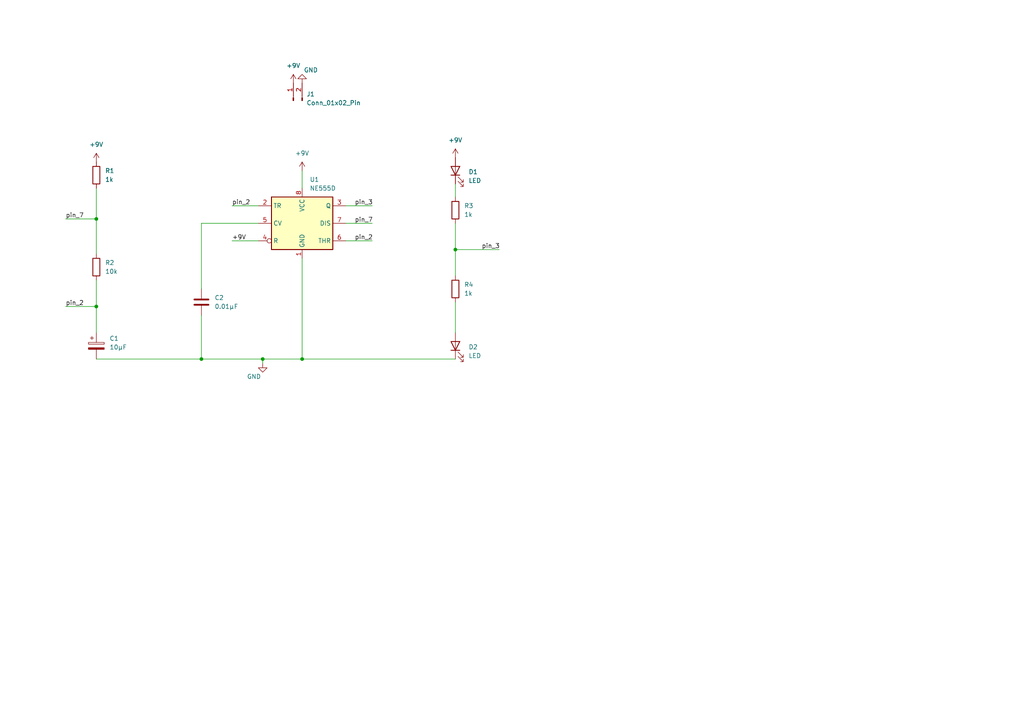
<source format=kicad_sch>
(kicad_sch (version 20230121) (generator eeschema)
  (paper "A4")
  (lib_symbols
    (symbol "Connector:Conn_01x02_Pin" (pin_names (offset 1.016) hide)
      (property "Reference" "J" (at 0 2.54 0))
      (property "Value" "Conn_01x02_Pin" (at 0 -5.08 0))
      (symbol "Conn_01x02_Pin_1_1"
        (polyline (pts (xy 1.27 -2.54) (xy 0.8636 -2.54)) (stroke (width 0.1524)))
        (polyline (pts (xy 1.27 0) (xy 0.8636 0)) (stroke (width 0.1524)))
        (rectangle (start 0.8636 -2.413) (end 0 -2.667) (stroke (width 0.1524)) (fill (type outline)))
        (rectangle (start 0.8636 0.127) (end 0 -0.127) (stroke (width 0.1524)) (fill (type outline)))
        (pin passive line (at 5.08 0 180) (length 3.81) (name "Pin_1") (number "1"))
        (pin passive line (at 5.08 -2.54 180) (length 3.81) (name "Pin_2") (number "2"))
      )
    )
    (symbol "Device:C" (pin_numbers hide) (pin_names (offset 0.254))
      (property "Reference" "C" (at 0.635 2.54 0))
      (property "Value" "C" (at 0.635 -2.54 0))
      (symbol "C_0_1"
        (polyline (pts (xy -2.032 -0.762) (xy 2.032 -0.762)) (stroke (width 0.508)))
        (polyline (pts (xy -2.032 0.762) (xy 2.032 0.762)) (stroke (width 0.508)))
      )
      (symbol "C_1_1"
        (pin passive line (at 0 3.81 270) (length 2.794) (name "~") (number "1"))
        (pin passive line (at 0 -3.81 90) (length 2.794) (name "~") (number "2"))
      )
    )
    (symbol "Device:C_Polarized" (pin_numbers hide) (pin_names (offset 0.254))
      (property "Reference" "C" (at 0.635 2.54 0))
      (property "Value" "C_Polarized" (at 0.635 -2.54 0))
      (symbol "C_Polarized_0_1"
        (rectangle (start -2.286 0.508) (end 2.286 1.016))
        (polyline (pts (xy -1.778 2.286) (xy -0.762 2.286)))
        (polyline (pts (xy -1.27 2.794) (xy -1.27 1.778)))
        (rectangle (start 2.286 -0.508) (end -2.286 -1.016) (fill (type outline)))
      )
      (symbol "C_Polarized_1_1"
        (pin passive line (at 0 3.81 270) (length 2.794) (name "~") (number "1"))
        (pin passive line (at 0 -3.81 90) (length 2.794) (name "~") (number "2"))
      )
    )
    (symbol "Device:LED" (pin_numbers hide) (pin_names (offset 1.016) hide)
      (property "Reference" "D" (at 0 2.54 0))
      (property "Value" "LED" (at 0 -2.54 0))
      (symbol "LED_0_1"
        (polyline (pts (xy -1.27 -1.27) (xy -1.27 1.27)) (stroke (width 0.254)))
        (polyline (pts (xy -1.27 0) (xy 1.27 0)))
        (polyline (pts (xy 1.27 -1.27) (xy 1.27 1.27) (xy -1.27 0) (xy 1.27 -1.27)) (stroke (width 0.254)))
        (polyline (pts (xy -3.048 -0.762) (xy -4.572 -2.286) (xy -3.81 -2.286) (xy -4.572 -2.286) (xy -4.572 -1.524)))
        (polyline (pts (xy -1.778 -0.762) (xy -3.302 -2.286) (xy -2.54 -2.286) (xy -3.302 -2.286) (xy -3.302 -1.524)))
      )
      (symbol "LED_1_1"
        (pin passive line (at -3.81 0 0) (length 2.54) (name "K") (number "1"))
        (pin passive line (at 3.81 0 180) (length 2.54) (name "A") (number "2"))
      )
    )
    (symbol "Device:R" (pin_numbers hide) (pin_names (offset 0))
      (property "Reference" "R" (at 2.032 0 90))
      (property "Value" "R" (at 0 0 90))
      (symbol "R_0_1"
        (rectangle (start -1.016 -2.54) (end 1.016 2.54) (stroke (width 0.254)))
      )
      (symbol "R_1_1"
        (pin passive line (at 0 3.81 270) (length 1.27) (name "~") (number "1"))
        (pin passive line (at 0 -3.81 90) (length 1.27) (name "~") (number "2"))
      )
    )
    (symbol "Timer:NE555D"
      (property "Reference" "U" (at -10.16 8.89 0))
      (property "Value" "NE555D" (at 2.54 8.89 0))
      (symbol "NE555D_0_0"
        (pin power_in line (at 0 -10.16 90) (length 2.54) (name "GND") (number "1"))
        (pin power_in line (at 0 10.16 270) (length 2.54) (name "VCC") (number "8"))
      )
      (symbol "NE555D_0_1"
        (rectangle (start -8.89 -7.62) (end 8.89 7.62) (stroke (width 0.254)) (fill (type background)))
        (rectangle (start -8.89 -7.62) (end 8.89 7.62) (stroke (width 0.254)) (fill (type background)))
      )
      (symbol "NE555D_1_1"
        (pin input line (at -12.7 5.08 0) (length 3.81) (name "TR") (number "2"))
        (pin output line (at 12.7 5.08 180) (length 3.81) (name "Q") (number "3"))
        (pin input inverted (at -12.7 -5.08 0) (length 3.81) (name "R") (number "4"))
        (pin input line (at -12.7 0 0) (length 3.81) (name "CV") (number "5"))
        (pin input line (at 12.7 -5.08 180) (length 3.81) (name "THR") (number "6"))
        (pin input line (at 12.7 0 180) (length 3.81) (name "DIS") (number "7"))
      )
    )
    (symbol "power:+9V" (power) (pin_names (offset 0))
      (property "Value" "+9V" (at 0 3.556 0))
      (symbol "+9V_0_1"
        (polyline (pts (xy -0.762 1.27) (xy 0 2.54)))
        (polyline (pts (xy 0 0) (xy 0 2.54)))
        (polyline (pts (xy 0 2.54) (xy 0.762 1.27)))
      )
      (symbol "+9V_1_1"
        (pin power_in line (at 0 0 90) (length 0) hide (name "+9V") (number "1"))
      )
    )
    (symbol "power:GND" (power) (pin_names (offset 0))
      (property "Value" "GND" (at 0 -3.81 0))
      (symbol "GND_0_1"
        (polyline (pts (xy 0 0) (xy 0 -1.27) (xy 1.27 -1.27) (xy 0 -2.54) (xy -1.27 -1.27) (xy 0 -1.27)))
      )
      (symbol "GND_1_1"
        (pin power_in line (at 0 0 270) (length 0) hide (name "GND") (number "1"))
      )
    )
  )
  (junction (at 27.94 88.9))
  (junction (at 27.94 63.5))
  (junction (at 132.08 72.39))
  (junction (at 58.42 104.14))
  (junction (at 87.63 104.14))
  (junction (at 76.2 104.14))
  (wire (pts (xy 87.63 74.93) (xy 87.63 104.14)))
  (wire (pts (xy 100.33 69.85) (xy 107.95 69.85)))
  (wire (pts (xy 67.31 59.69) (xy 74.93 59.69)))
  (wire (pts (xy 76.2 104.14) (xy 76.2 105.41)))
  (wire (pts (xy 132.08 53.34) (xy 132.08 57.15)))
  (wire (pts (xy 58.42 104.14) (xy 76.2 104.14)))
  (wire (pts (xy 27.94 104.14) (xy 58.42 104.14)))
  (wire (pts (xy 27.94 63.5) (xy 27.94 73.66)))
  (wire (pts (xy 87.63 49.53) (xy 87.63 54.61)))
  (wire (pts (xy 58.42 83.82) (xy 58.42 64.77)))
  (wire (pts (xy 27.94 88.9) (xy 27.94 96.52)))
  (wire (pts (xy 76.2 104.14) (xy 87.63 104.14)))
  (wire (pts (xy 58.42 104.14) (xy 58.42 91.44)))
  (wire (pts (xy 100.33 59.69) (xy 107.95 59.69)))
  (wire (pts (xy 132.08 104.14) (xy 87.63 104.14)))
  (wire (pts (xy 27.94 54.61) (xy 27.94 63.5)))
  (wire (pts (xy 58.42 64.77) (xy 74.93 64.77)))
  (wire (pts (xy 19.05 63.5) (xy 27.94 63.5)))
  (wire (pts (xy 132.08 87.63) (xy 132.08 96.52)))
  (wire (pts (xy 132.08 72.39) (xy 132.08 80.01)))
  (wire (pts (xy 100.33 64.77) (xy 107.95 64.77)))
  (wire (pts (xy 27.94 81.28) (xy 27.94 88.9)))
  (wire (pts (xy 132.08 72.39) (xy 144.78 72.39)))
  (wire (pts (xy 132.08 64.77) (xy 132.08 72.39)))
  (wire (pts (xy 67.31 69.85) (xy 74.93 69.85)))
  (wire (pts (xy 19.05 88.9) (xy 27.94 88.9)))
  (label "pin_2" (at 67.31 59.69 0))
  (label "+9V" (at 67.31 69.85 0))
  (label "pin_2" (at 19.05 88.9 0))
  (label "pin_7" (at 19.05 63.5 0))
  (label "pin_2" (at 102.87 69.85 0))
  (label "pin_3" (at 139.7 72.39 0))
  (label "pin_7" (at 102.87 64.77 0))
  (label "pin_3" (at 102.87 59.69 0))
  (symbol (lib_id "power:+9V") (at 87.63 49.53 0) (unit 1)
    (property "Reference" "#PWR06" (effects hide))
    (property "Value" "+9V" (at 87.63 44.45 0))
  )
  (symbol (lib_id "Device:C") (at 58.42 87.63 0) (unit 1)
    (property "Reference" "C2" (at 62.23 86.36 0) (effects (justify left)))
    (property "Value" "0.01µF" (at 62.23 88.9 0) (effects (justify left)))
    (property "Footprint" "Capacitor_SMD:C_0805_2012Metric_Pad1.18x1.45mm_HandSolder" (effects hide))
  )
  (symbol (lib_id "Device:R") (at 132.08 83.82 0) (unit 1)
    (property "Reference" "R4" (at 134.62 82.55 0) (effects (justify left)))
    (property "Value" "1k" (at 134.62 85.09 0) (effects (justify left)))
    (property "Footprint" "Resistor_SMD:R_0805_2012Metric_Pad1.20x1.40mm_HandSolder" (effects hide))
  )
  (symbol (lib_id "power:GND") (at 87.63 24.13 180) (unit 1)
    (property "Reference" "#PWR07" (effects hide))
    (property "Value" "GND" (at 90.17 20.32 0))
  )
  (symbol (lib_id "Device:LED") (at 132.08 49.53 90) (unit 1)
    (property "Reference" "D1" (at 135.89 49.8475 90) (effects (justify right)))
    (property "Value" "LED" (at 135.89 52.3875 90) (effects (justify right)))
    (property "Footprint" "LED_SMD:LED_1206_3216Metric_Pad1.42x1.75mm_HandSolder" (effects hide))
  )
  (symbol (lib_id "Device:R") (at 132.08 60.96 0) (unit 1)
    (property "Reference" "R3" (at 134.62 59.69 0) (effects (justify left)))
    (property "Value" "1k" (at 134.62 62.23 0) (effects (justify left)))
    (property "Footprint" "Resistor_SMD:R_0805_2012Metric_Pad1.20x1.40mm_HandSolder" (effects hide))
  )
  (symbol (lib_id "power:+9V") (at 27.94 46.99 0) (unit 1)
    (property "Reference" "#PWR03" (effects hide))
    (property "Value" "+9V" (at 27.94 41.91 0))
  )
  (symbol (lib_id "Device:LED") (at 132.08 100.33 90) (unit 1)
    (property "Reference" "D2" (at 135.89 100.6475 90) (effects (justify right)))
    (property "Value" "LED" (at 135.89 103.1875 90) (effects (justify right)))
    (property "Footprint" "LED_SMD:LED_1206_3216Metric_Pad1.42x1.75mm_HandSolder" (effects hide))
  )
  (symbol (lib_id "power:+9V") (at 132.08 45.72 0) (unit 1)
    (property "Reference" "#PWR05" (effects hide))
    (property "Value" "+9V" (at 132.08 40.64 0))
  )
  (symbol (lib_id "Connector:Conn_01x02_Pin") (at 85.09 29.21 90) (unit 1)
    (property "Reference" "J1" (at 88.9 27.305 90) (effects (justify right)))
    (property "Value" "Conn_01x02_Pin" (at 88.9 29.845 90) (effects (justify right)))
    (property "Footprint" "Connector_JST:JST_EH_S2B-EH_1x02_P2.50mm_Horizontal" (effects hide))
  )
  (symbol (lib_id "Device:R") (at 27.94 77.47 0) (unit 1)
    (property "Reference" "R2" (at 30.48 76.2 0) (effects (justify left)))
    (property "Value" "10k" (at 30.48 78.74 0) (effects (justify left)))
    (property "Footprint" "Resistor_SMD:R_0805_2012Metric_Pad1.20x1.40mm_HandSolder" (effects hide))
  )
  (symbol (lib_id "Timer:NE555D") (at 87.63 64.77 0) (unit 1)
    (property "Reference" "U1" (at 89.8241 52.07 0) (effects (justify left)))
    (property "Value" "NE555D" (at 89.8241 54.61 0) (effects (justify left)))
    (property "Footprint" "Package_SO:SOIC-8-1EP_3.9x4.9mm_P1.27mm_EP2.29x3mm" (effects hide))
    (property "Datasheet" "http://www.ti.com/lit/ds/symlink/ne555.pdf" (effects hide))
  )
  (symbol (lib_id "Device:C_Polarized") (at 27.94 100.33 0) (unit 1)
    (property "Reference" "C1" (at 31.75 98.171 0) (effects (justify left)))
    (property "Value" "10µF" (at 31.75 100.711 0) (effects (justify left)))
    (property "Footprint" "Capacitor_Tantalum_SMD:CP_EIA-3216-18_Kemet-A_Pad1.58x1.35mm_HandSolder" (effects hide))
  )
  (symbol (lib_id "Device:R") (at 27.94 50.8 0) (unit 1)
    (property "Reference" "R1" (at 30.48 49.53 0) (effects (justify left)))
    (property "Value" "1k" (at 30.48 52.07 0) (effects (justify left)))
    (property "Footprint" "Resistor_SMD:R_0805_2012Metric_Pad1.20x1.40mm_HandSolder" (effects hide))
  )
  (symbol (lib_id "power:GND") (at 76.2 105.41 0) (unit 1)
    (property "Reference" "#PWR01" (effects hide))
    (property "Value" "GND" (at 73.66 109.22 0))
  )
  (symbol (lib_id "power:+9V") (at 85.09 24.13 0) (unit 1)
    (property "Reference" "#PWR02" (effects hide))
    (property "Value" "+9V" (at 85.09 19.05 0))
  )
)
</source>
